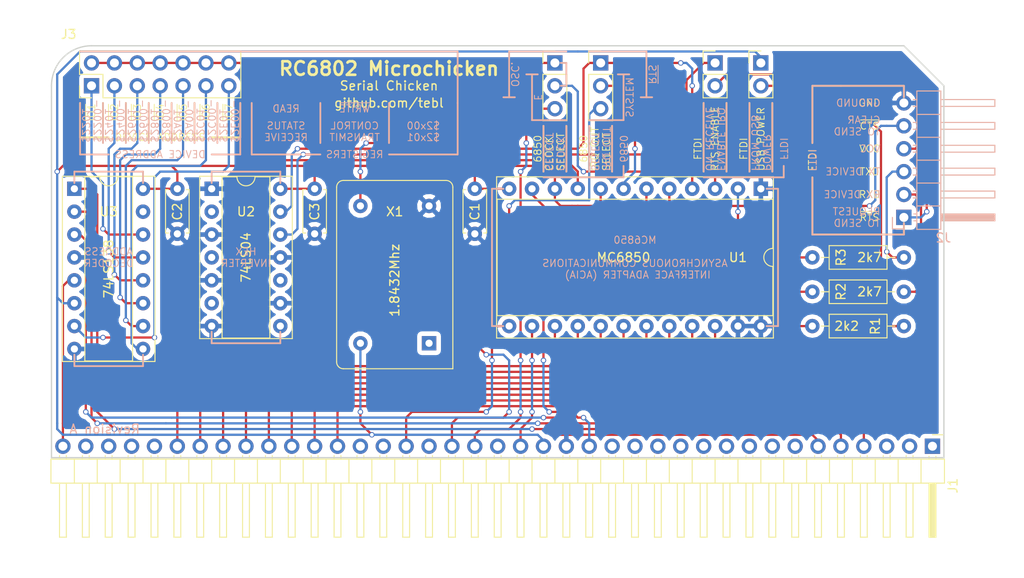
<source format=kicad_pcb>
(kicad_pcb (version 4) (host pcbnew 4.0.7)
  (layers (0 F.Cu signal) (31 B.Cu signal) (34 B.Paste user) (35 F.Paste user) (36 B.SilkS user) (37 F.SilkS user) (38 B.Mask user) (39 F.Mask user) (44 Edge.Cuts user))
  (net 0 "")
  (net 1 VCC)
  (net 2 GND)
  (net 3 /A12)
  (net 4 /A11)
  (net 5 /A10)
  (net 6 /A0)
  (net 7 /VMA_E)
  (net 8 /E)
  (net 9 /R/~W)
  (net 10 /D0)
  (net 11 /D1)
  (net 12 /D2)
  (net 13 /D3)
  (net 14 /D4)
  (net 15 /D5)
  (net 16 /D6)
  (net 17 /D7)
  (net 18 ~8K1)
  (net 19 "Net-(J2-Pad1)")
  (net 20 "Net-(J2-Pad2)")
  (net 21 "Net-(J2-Pad3)")
  (net 22 "Net-(J2-Pad4)")
  (net 23 "Net-(J2-Pad5)")
  (net 24 /~IO1)
  (net 25 ADDRESS)
  (net 26 /~IO2)
  (net 27 /~IO3)
  (net 28 /~IO4)
  (net 29 /~IO5)
  (net 30 /~IO6)
  (net 31 /~IO7)
  (net 32 "Net-(JP1-Pad1)")
  (net 33 "Net-(JP3-Pad1)")
  (net 34 CLOCK)
  (net 35 "Net-(JP4-Pad1)")
  (net 36 "Net-(JP4-Pad2)")
  (net 37 "Net-(R2-Pad2)")
  (net 38 "Net-(R3-Pad2)")
  (net 39 /~IRQ)
  (module Capacitors_THT:C_Disc_D4.7mm_W2.5mm_P5.00mm (layer F.Cu) (at 146.685 51.435 270)
    (fp_text reference C1 (at 2.54 0 270) (layer F.SilkS))
    (fp_text value 100nF)
    (pad 1 thru_hole circle (at 0 0 270) (size 1.6 1.6) (drill 0.8) (layers *.Cu *.Mask) (net 1 VCC))
    (pad 2 thru_hole circle (at 5 0 270) (size 1.6 1.6) (drill 0.8) (layers *.Cu *.Mask) (net 2 GND))
  )
  (module Capacitors_THT:C_Disc_D4.7mm_W2.5mm_P5.00mm (layer F.Cu) (at 113.665 51.435 270)
    (fp_text reference C2 (at 2.54 0 270) (layer F.SilkS))
    (fp_text value 100nF)
    (pad 1 thru_hole circle (at 0 0 270) (size 1.6 1.6) (drill 0.8) (layers *.Cu *.Mask) (net 1 VCC))
    (pad 2 thru_hole circle (at 5 0 270) (size 1.6 1.6) (drill 0.8) (layers *.Cu *.Mask) (net 2 GND))
  )
  (module Capacitors_THT:C_Disc_D4.7mm_W2.5mm_P5.00mm (layer F.Cu) (at 128.905 51.435 270)
    (fp_text reference C3 (at 2.54 0 270) (layer F.SilkS))
    (fp_text value 100nF)
    (pad 1 thru_hole circle (at 0 0 270) (size 1.6 1.6) (drill 0.8) (layers *.Cu *.Mask) (net 1 VCC))
    (pad 2 thru_hole circle (at 5 0 270) (size 1.6 1.6) (drill 0.8) (layers *.Cu *.Mask) (net 2 GND))
  )
  (module Pin_Headers:Pin_Header_Angled_1x39_Pitch2.54mm (layer F.Cu) (at 197.485 80.01 270)
    (fp_text reference J1 (at 4.385 -2.27 270) (layer F.SilkS))
    (fp_text value RC6802_Backplane)
    (pad 1 thru_hole rect (at 0 0 270) (size 1.7 1.7) (drill 1) (layers *.Cu *.Mask))
    (pad 2 thru_hole oval (at 0 2.54 270) (size 1.7 1.7) (drill 1) (layers *.Cu *.Mask))
    (pad 3 thru_hole oval (at 0 5.08 270) (size 1.7 1.7) (drill 1) (layers *.Cu *.Mask))
    (pad 4 thru_hole oval (at 0 7.62 270) (size 1.7 1.7) (drill 1) (layers *.Cu *.Mask) (net 3 /A12))
    (pad 5 thru_hole oval (at 0 10.16 270) (size 1.7 1.7) (drill 1) (layers *.Cu *.Mask) (net 4 /A11))
    (pad 6 thru_hole oval (at 0 12.7 270) (size 1.7 1.7) (drill 1) (layers *.Cu *.Mask) (net 5 /A10))
    (pad 7 thru_hole oval (at 0 15.24 270) (size 1.7 1.7) (drill 1) (layers *.Cu *.Mask))
    (pad 8 thru_hole oval (at 0 17.78 270) (size 1.7 1.7) (drill 1) (layers *.Cu *.Mask))
    (pad 9 thru_hole oval (at 0 20.32 270) (size 1.7 1.7) (drill 1) (layers *.Cu *.Mask))
    (pad 10 thru_hole oval (at 0 22.86 270) (size 1.7 1.7) (drill 1) (layers *.Cu *.Mask))
    (pad 11 thru_hole oval (at 0 25.4 270) (size 1.7 1.7) (drill 1) (layers *.Cu *.Mask))
    (pad 12 thru_hole oval (at 0 27.94 270) (size 1.7 1.7) (drill 1) (layers *.Cu *.Mask))
    (pad 13 thru_hole oval (at 0 30.48 270) (size 1.7 1.7) (drill 1) (layers *.Cu *.Mask))
    (pad 14 thru_hole oval (at 0 33.02 270) (size 1.7 1.7) (drill 1) (layers *.Cu *.Mask))
    (pad 15 thru_hole oval (at 0 35.56 270) (size 1.7 1.7) (drill 1) (layers *.Cu *.Mask))
    (pad 16 thru_hole oval (at 0 38.1 270) (size 1.7 1.7) (drill 1) (layers *.Cu *.Mask) (net 6 /A0))
    (pad 17 thru_hole oval (at 0 40.64 270) (size 1.7 1.7) (drill 1) (layers *.Cu *.Mask) (net 2 GND))
    (pad 18 thru_hole oval (at 0 43.18 270) (size 1.7 1.7) (drill 1) (layers *.Cu *.Mask) (net 1 VCC))
    (pad 19 thru_hole oval (at 0 45.72 270) (size 1.7 1.7) (drill 1) (layers *.Cu *.Mask) (net 7 /VMA_E))
    (pad 20 thru_hole oval (at 0 48.26 270) (size 1.7 1.7) (drill 1) (layers *.Cu *.Mask))
    (pad 21 thru_hole oval (at 0 50.8 270) (size 1.7 1.7) (drill 1) (layers *.Cu *.Mask) (net 8 /E))
    (pad 22 thru_hole oval (at 0 53.34 270) (size 1.7 1.7) (drill 1) (layers *.Cu *.Mask) (net 39 /~IRQ))
    (pad 23 thru_hole oval (at 0 55.88 270) (size 1.7 1.7) (drill 1) (layers *.Cu *.Mask))
    (pad 24 thru_hole oval (at 0 58.42 270) (size 1.7 1.7) (drill 1) (layers *.Cu *.Mask) (net 9 /R/~W))
    (pad 25 thru_hole oval (at 0 60.96 270) (size 1.7 1.7) (drill 1) (layers *.Cu *.Mask))
    (pad 26 thru_hole oval (at 0 63.5 270) (size 1.7 1.7) (drill 1) (layers *.Cu *.Mask))
    (pad 27 thru_hole oval (at 0 66.04 270) (size 1.7 1.7) (drill 1) (layers *.Cu *.Mask) (net 10 /D0))
    (pad 28 thru_hole oval (at 0 68.58 270) (size 1.7 1.7) (drill 1) (layers *.Cu *.Mask) (net 11 /D1))
    (pad 29 thru_hole oval (at 0 71.12 270) (size 1.7 1.7) (drill 1) (layers *.Cu *.Mask) (net 12 /D2))
    (pad 30 thru_hole oval (at 0 73.66 270) (size 1.7 1.7) (drill 1) (layers *.Cu *.Mask) (net 13 /D3))
    (pad 31 thru_hole oval (at 0 76.2 270) (size 1.7 1.7) (drill 1) (layers *.Cu *.Mask) (net 14 /D4))
    (pad 32 thru_hole oval (at 0 78.74 270) (size 1.7 1.7) (drill 1) (layers *.Cu *.Mask) (net 15 /D5))
    (pad 33 thru_hole oval (at 0 81.28 270) (size 1.7 1.7) (drill 1) (layers *.Cu *.Mask) (net 16 /D6))
    (pad 34 thru_hole oval (at 0 83.82 270) (size 1.7 1.7) (drill 1) (layers *.Cu *.Mask) (net 17 /D7))
    (pad 35 thru_hole oval (at 0 86.36 270) (size 1.7 1.7) (drill 1) (layers *.Cu *.Mask))
    (pad 36 thru_hole oval (at 0 88.9 270) (size 1.7 1.7) (drill 1) (layers *.Cu *.Mask))
    (pad 37 thru_hole oval (at 0 91.44 270) (size 1.7 1.7) (drill 1) (layers *.Cu *.Mask))
    (pad 38 thru_hole oval (at 0 93.98 270) (size 1.7 1.7) (drill 1) (layers *.Cu *.Mask))
    (pad 39 thru_hole oval (at 0 96.52 270) (size 1.7 1.7) (drill 1) (layers *.Cu *.Mask) (net 18 ~8K1))
  )
  (module Pin_Headers:Pin_Header_Angled_1x06_Pitch2.54mm (layer B.Cu) (at 194.31 54.61)
    (fp_text reference J2 (at 4.385 2.27) (layer B.SilkS) (effects (justify mirror)))
    (fp_text value FTDI (at -10.16 -6.35 90) (layer F.SilkS) (effects (font (size 0.8 0.8) (thickness 0.1))))
    (pad 1 thru_hole rect (at 0 0) (size 1.7 1.7) (drill 1) (layers *.Cu *.Mask) (net 19 "Net-(J2-Pad1)"))
    (pad 2 thru_hole oval (at 0 -2.54) (size 1.7 1.7) (drill 1) (layers *.Cu *.Mask) (net 20 "Net-(J2-Pad2)"))
    (pad 3 thru_hole oval (at 0 -5.08) (size 1.7 1.7) (drill 1) (layers *.Cu *.Mask) (net 21 "Net-(J2-Pad3)"))
    (pad 4 thru_hole oval (at 0 -7.62) (size 1.7 1.7) (drill 1) (layers *.Cu *.Mask) (net 22 "Net-(J2-Pad4)"))
    (pad 5 thru_hole oval (at 0 -10.16) (size 1.7 1.7) (drill 1) (layers *.Cu *.Mask) (net 23 "Net-(J2-Pad5)"))
    (pad 6 thru_hole oval (at 0 -12.7) (size 1.7 1.7) (drill 1) (layers *.Cu *.Mask) (net 2 GND))
  )
  (module Pin_Headers:Pin_Header_Straight_2x07_Pitch2.54mm (layer F.Cu) (at 104.14 40.005 90)
    (fp_text reference J3 (at 5.715 -2.54 180) (layer F.SilkS))
    (fp_text value ADDRESS)
    (pad 1 thru_hole rect (at 0 0 90) (size 1.7 1.7) (drill 1) (layers *.Cu *.Mask) (net 24 /~IO1))
    (pad 2 thru_hole oval (at 2.54 0 90) (size 1.7 1.7) (drill 1) (layers *.Cu *.Mask) (net 25 ADDRESS))
    (pad 3 thru_hole oval (at 0 2.54 90) (size 1.7 1.7) (drill 1) (layers *.Cu *.Mask) (net 26 /~IO2))
    (pad 4 thru_hole oval (at 2.54 2.54 90) (size 1.7 1.7) (drill 1) (layers *.Cu *.Mask) (net 25 ADDRESS))
    (pad 5 thru_hole oval (at 0 5.08 90) (size 1.7 1.7) (drill 1) (layers *.Cu *.Mask) (net 27 /~IO3))
    (pad 6 thru_hole oval (at 2.54 5.08 90) (size 1.7 1.7) (drill 1) (layers *.Cu *.Mask) (net 25 ADDRESS))
    (pad 7 thru_hole oval (at 0 7.62 90) (size 1.7 1.7) (drill 1) (layers *.Cu *.Mask) (net 28 /~IO4))
    (pad 8 thru_hole oval (at 2.54 7.62 90) (size 1.7 1.7) (drill 1) (layers *.Cu *.Mask) (net 25 ADDRESS))
    (pad 9 thru_hole oval (at 0 10.16 90) (size 1.7 1.7) (drill 1) (layers *.Cu *.Mask) (net 29 /~IO5))
    (pad 10 thru_hole oval (at 2.54 10.16 90) (size 1.7 1.7) (drill 1) (layers *.Cu *.Mask) (net 25 ADDRESS))
    (pad 11 thru_hole oval (at 0 12.7 90) (size 1.7 1.7) (drill 1) (layers *.Cu *.Mask) (net 30 /~IO6))
    (pad 12 thru_hole oval (at 2.54 12.7 90) (size 1.7 1.7) (drill 1) (layers *.Cu *.Mask) (net 25 ADDRESS))
    (pad 13 thru_hole oval (at 0 15.24 90) (size 1.7 1.7) (drill 1) (layers *.Cu *.Mask) (net 31 /~IO7))
    (pad 14 thru_hole oval (at 2.54 15.24 90) (size 1.7 1.7) (drill 1) (layers *.Cu *.Mask) (net 25 ADDRESS))
  )
  (module Pin_Headers:Pin_Header_Straight_1x02_Pitch2.54mm (layer F.Cu) (at 173.355 37.465)
    (fp_text reference JP1)
    (fp_text value RTS_EN)
    (pad 1 thru_hole rect (at 0 0) (size 1.7 1.7) (drill 1) (layers *.Cu *.Mask) (net 32 "Net-(JP1-Pad1)"))
    (pad 2 thru_hole oval (at 0 2.54) (size 1.7 1.7) (drill 1) (layers *.Cu *.Mask) (net 19 "Net-(J2-Pad1)"))
  )
  (module Pin_Headers:Pin_Header_Straight_1x02_Pitch2.54mm (layer F.Cu) (at 178.435 37.465)
    (fp_text reference JP2)
    (fp_text value USB_PWR)
    (pad 1 thru_hole rect (at 0 0) (size 1.7 1.7) (drill 1) (layers *.Cu *.Mask) (net 1 VCC))
    (pad 2 thru_hole oval (at 0 2.54) (size 1.7 1.7) (drill 1) (layers *.Cu *.Mask) (net 22 "Net-(J2-Pad4)"))
  )
  (module Pin_Headers:Pin_Header_Straight_1x03_Pitch2.54mm (layer F.Cu) (at 155.575 37.465)
    (fp_text reference JP3)
    (fp_text value CLOCK_SEL)
    (pad 1 thru_hole rect (at 0 0) (size 1.7 1.7) (drill 1) (layers *.Cu *.Mask) (net 33 "Net-(JP3-Pad1)"))
    (pad 2 thru_hole oval (at 0 2.54) (size 1.7 1.7) (drill 1) (layers *.Cu *.Mask) (net 34 CLOCK))
    (pad 3 thru_hole oval (at 0 5.08) (size 1.7 1.7) (drill 1) (layers *.Cu *.Mask) (net 8 /E))
  )
  (module Pin_Headers:Pin_Header_Straight_1x03_Pitch2.54mm (layer F.Cu) (at 160.655 37.465)
    (fp_text reference JP4)
    (fp_text value IRQ_OUT_SEL)
    (pad 1 thru_hole rect (at 0 0) (size 1.7 1.7) (drill 1) (layers *.Cu *.Mask) (net 35 "Net-(JP4-Pad1)"))
    (pad 2 thru_hole oval (at 0 2.54) (size 1.7 1.7) (drill 1) (layers *.Cu *.Mask) (net 36 "Net-(JP4-Pad2)"))
    (pad 3 thru_hole oval (at 0 5.08) (size 1.7 1.7) (drill 1) (layers *.Cu *.Mask) (net 39 /~IRQ))
  )
  (module Resistors_THT:R_Axial_DIN0207_L6.3mm_D2.5mm_P10.16mm_Horizontal (layer F.Cu) (at 194.31 66.675 180)
    (fp_text reference R1 (at 3.175 0 270) (layer F.SilkS))
    (fp_text value 2k2 (at 6.35 0 180) (layer F.SilkS))
    (pad 1 thru_hole circle (at 0 0 180) (size 1.6 1.6) (drill 0.8) (layers *.Cu *.Mask) (net 35 "Net-(JP4-Pad1)"))
    (pad 2 thru_hole oval (at 10.16 0 180) (size 1.6 1.6) (drill 0.8) (layers *.Cu *.Mask) (net 1 VCC))
  )
  (module Resistors_THT:R_Axial_DIN0207_L6.3mm_D2.5mm_P10.16mm_Horizontal (layer F.Cu) (at 194.31 62.865 180)
    (fp_text reference R2 (at 6.985 0 270) (layer F.SilkS))
    (fp_text value 2k7 (at 3.81 0 180) (layer F.SilkS))
    (pad 1 thru_hole circle (at 0 0 180) (size 1.6 1.6) (drill 0.8) (layers *.Cu *.Mask) (net 20 "Net-(J2-Pad2)"))
    (pad 2 thru_hole oval (at 10.16 0 180) (size 1.6 1.6) (drill 0.8) (layers *.Cu *.Mask) (net 37 "Net-(R2-Pad2)"))
  )
  (module Resistors_THT:R_Axial_DIN0207_L6.3mm_D2.5mm_P10.16mm_Horizontal (layer F.Cu) (at 194.31 59.055 180)
    (fp_text reference R3 (at 6.985 0 270) (layer F.SilkS))
    (fp_text value 2k7 (at 3.81 0 180) (layer F.SilkS))
    (pad 1 thru_hole circle (at 0 0 180) (size 1.6 1.6) (drill 0.8) (layers *.Cu *.Mask) (net 21 "Net-(J2-Pad3)"))
    (pad 2 thru_hole oval (at 10.16 0 180) (size 1.6 1.6) (drill 0.8) (layers *.Cu *.Mask) (net 38 "Net-(R3-Pad2)"))
  )
  (module Housings_DIP:DIP-14_W7.62mm_Socket (layer F.Cu) (at 117.475 51.435)
    (fp_text reference U2 (at 3.81 2.54) (layer F.SilkS))
    (fp_text value 74LS04 (at 3.81 7.62 90) (layer F.SilkS))
    (pad 1 thru_hole rect (at 0 0) (size 1.6 1.6) (drill 0.8) (layers *.Cu *.Mask) (net 2 GND))
    (pad 8 thru_hole oval (at 7.62 15.24) (size 1.6 1.6) (drill 0.8) (layers *.Cu *.Mask))
    (pad 2 thru_hole oval (at 0 2.54) (size 1.6 1.6) (drill 0.8) (layers *.Cu *.Mask))
    (pad 9 thru_hole oval (at 7.62 12.7) (size 1.6 1.6) (drill 0.8) (layers *.Cu *.Mask) (net 2 GND))
    (pad 3 thru_hole oval (at 0 5.08) (size 1.6 1.6) (drill 0.8) (layers *.Cu *.Mask) (net 2 GND))
    (pad 10 thru_hole oval (at 7.62 10.16) (size 1.6 1.6) (drill 0.8) (layers *.Cu *.Mask))
    (pad 4 thru_hole oval (at 0 7.62) (size 1.6 1.6) (drill 0.8) (layers *.Cu *.Mask))
    (pad 11 thru_hole oval (at 7.62 7.62) (size 1.6 1.6) (drill 0.8) (layers *.Cu *.Mask) (net 2 GND))
    (pad 5 thru_hole oval (at 0 10.16) (size 1.6 1.6) (drill 0.8) (layers *.Cu *.Mask) (net 2 GND))
    (pad 12 thru_hole oval (at 7.62 5.08) (size 1.6 1.6) (drill 0.8) (layers *.Cu *.Mask) (net 32 "Net-(JP1-Pad1)"))
    (pad 6 thru_hole oval (at 0 12.7) (size 1.6 1.6) (drill 0.8) (layers *.Cu *.Mask))
    (pad 13 thru_hole oval (at 7.62 2.54) (size 1.6 1.6) (drill 0.8) (layers *.Cu *.Mask) (net 35 "Net-(JP4-Pad1)"))
    (pad 7 thru_hole oval (at 0 15.24) (size 1.6 1.6) (drill 0.8) (layers *.Cu *.Mask) (net 2 GND))
    (pad 14 thru_hole oval (at 7.62 0) (size 1.6 1.6) (drill 0.8) (layers *.Cu *.Mask) (net 1 VCC))
  )
  (module Housings_DIP:DIP-16_W7.62mm_Socket (layer F.Cu) (at 102.235 51.435)
    (fp_text reference U3 (at 3.81 2.54) (layer F.SilkS))
    (fp_text value 74LS138 (at 3.81 8.89 90) (layer F.SilkS))
    (pad 1 thru_hole rect (at 0 0) (size 1.6 1.6) (drill 0.8) (layers *.Cu *.Mask) (net 5 /A10))
    (pad 9 thru_hole oval (at 7.62 17.78) (size 1.6 1.6) (drill 0.8) (layers *.Cu *.Mask) (net 30 /~IO6))
    (pad 2 thru_hole oval (at 0 2.54) (size 1.6 1.6) (drill 0.8) (layers *.Cu *.Mask) (net 4 /A11))
    (pad 10 thru_hole oval (at 7.62 15.24) (size 1.6 1.6) (drill 0.8) (layers *.Cu *.Mask) (net 29 /~IO5))
    (pad 3 thru_hole oval (at 0 5.08) (size 1.6 1.6) (drill 0.8) (layers *.Cu *.Mask) (net 3 /A12))
    (pad 11 thru_hole oval (at 7.62 12.7) (size 1.6 1.6) (drill 0.8) (layers *.Cu *.Mask) (net 28 /~IO4))
    (pad 4 thru_hole oval (at 0 7.62) (size 1.6 1.6) (drill 0.8) (layers *.Cu *.Mask) (net 2 GND))
    (pad 12 thru_hole oval (at 7.62 10.16) (size 1.6 1.6) (drill 0.8) (layers *.Cu *.Mask) (net 27 /~IO3))
    (pad 5 thru_hole oval (at 0 10.16) (size 1.6 1.6) (drill 0.8) (layers *.Cu *.Mask) (net 18 ~8K1))
    (pad 13 thru_hole oval (at 7.62 7.62) (size 1.6 1.6) (drill 0.8) (layers *.Cu *.Mask) (net 26 /~IO2))
    (pad 6 thru_hole oval (at 0 12.7) (size 1.6 1.6) (drill 0.8) (layers *.Cu *.Mask) (net 1 VCC))
    (pad 14 thru_hole oval (at 7.62 5.08) (size 1.6 1.6) (drill 0.8) (layers *.Cu *.Mask) (net 24 /~IO1))
    (pad 7 thru_hole oval (at 0 15.24) (size 1.6 1.6) (drill 0.8) (layers *.Cu *.Mask) (net 31 /~IO7))
    (pad 15 thru_hole oval (at 7.62 2.54) (size 1.6 1.6) (drill 0.8) (layers *.Cu *.Mask))
    (pad 8 thru_hole oval (at 0 17.78) (size 1.6 1.6) (drill 0.8) (layers *.Cu *.Mask) (net 2 GND))
    (pad 16 thru_hole oval (at 7.62 0) (size 1.6 1.6) (drill 0.8) (layers *.Cu *.Mask) (net 1 VCC))
  )
  (module Oscillators:Oscillator_DIP-14 (layer F.Cu) (at 141.605 68.58 90)
    (fp_text reference X1 (at 14.605 -3.81 180) (layer F.SilkS))
    (fp_text value 1.8432Mhz (at 6.985 -3.81 90) (layer F.SilkS))
    (pad 1 thru_hole rect (at 0 0 90) (size 1.6 1.6) (drill 0.8) (layers *.Cu *.Mask))
    (pad 14 thru_hole circle (at 0 -7.62 90) (size 1.6 1.6) (drill 0.8) (layers *.Cu *.Mask) (net 1 VCC))
    (pad 8 thru_hole circle (at 15.24 -7.62 90) (size 1.6 1.6) (drill 0.8) (layers *.Cu *.Mask) (net 33 "Net-(JP3-Pad1)"))
    (pad 7 thru_hole circle (at 15.24 0 90) (size 1.6 1.6) (drill 0.8) (layers *.Cu *.Mask) (net 2 GND))
  )
  (module Housings_DIP:DIP-24_W15.24mm_Socket (layer F.Cu) (at 178.435 51.435 270)
    (fp_text reference U1 (at 7.62 2.54 360) (layer F.SilkS))
    (fp_text value MC6850 (at 7.62 15.24 360) (layer F.SilkS))
    (pad 1 thru_hole rect (at 0 0 270) (size 1.6 1.6) (drill 0.8) (layers *.Cu *.Mask) (net 2 GND))
    (pad 13 thru_hole oval (at 15.24 27.94 270) (size 1.6 1.6) (drill 0.8) (layers *.Cu *.Mask) (net 9 /R/~W))
    (pad 2 thru_hole oval (at 0 2.54 270) (size 1.6 1.6) (drill 0.8) (layers *.Cu *.Mask) (net 38 "Net-(R3-Pad2)"))
    (pad 14 thru_hole oval (at 15.24 25.4 270) (size 1.6 1.6) (drill 0.8) (layers *.Cu *.Mask) (net 7 /VMA_E))
    (pad 3 thru_hole oval (at 0 5.08 270) (size 1.6 1.6) (drill 0.8) (layers *.Cu *.Mask) (net 34 CLOCK))
    (pad 15 thru_hole oval (at 15.24 22.86 270) (size 1.6 1.6) (drill 0.8) (layers *.Cu *.Mask) (net 17 /D7))
    (pad 4 thru_hole oval (at 0 7.62 270) (size 1.6 1.6) (drill 0.8) (layers *.Cu *.Mask) (net 34 CLOCK))
    (pad 16 thru_hole oval (at 15.24 20.32 270) (size 1.6 1.6) (drill 0.8) (layers *.Cu *.Mask) (net 16 /D6))
    (pad 5 thru_hole oval (at 0 10.16 270) (size 1.6 1.6) (drill 0.8) (layers *.Cu *.Mask) (net 23 "Net-(J2-Pad5)"))
    (pad 17 thru_hole oval (at 15.24 17.78 270) (size 1.6 1.6) (drill 0.8) (layers *.Cu *.Mask) (net 15 /D5))
    (pad 6 thru_hole oval (at 0 12.7 270) (size 1.6 1.6) (drill 0.8) (layers *.Cu *.Mask) (net 37 "Net-(R2-Pad2)"))
    (pad 18 thru_hole oval (at 15.24 15.24 270) (size 1.6 1.6) (drill 0.8) (layers *.Cu *.Mask) (net 14 /D4))
    (pad 7 thru_hole oval (at 0 15.24 270) (size 1.6 1.6) (drill 0.8) (layers *.Cu *.Mask) (net 36 "Net-(JP4-Pad2)"))
    (pad 19 thru_hole oval (at 15.24 12.7 270) (size 1.6 1.6) (drill 0.8) (layers *.Cu *.Mask) (net 13 /D3))
    (pad 8 thru_hole oval (at 0 17.78 270) (size 1.6 1.6) (drill 0.8) (layers *.Cu *.Mask) (net 1 VCC))
    (pad 20 thru_hole oval (at 15.24 10.16 270) (size 1.6 1.6) (drill 0.8) (layers *.Cu *.Mask) (net 12 /D2))
    (pad 9 thru_hole oval (at 0 20.32 270) (size 1.6 1.6) (drill 0.8) (layers *.Cu *.Mask) (net 25 ADDRESS))
    (pad 21 thru_hole oval (at 15.24 7.62 270) (size 1.6 1.6) (drill 0.8) (layers *.Cu *.Mask) (net 11 /D1))
    (pad 10 thru_hole oval (at 0 22.86 270) (size 1.6 1.6) (drill 0.8) (layers *.Cu *.Mask) (net 1 VCC))
    (pad 22 thru_hole oval (at 15.24 5.08 270) (size 1.6 1.6) (drill 0.8) (layers *.Cu *.Mask) (net 10 /D0))
    (pad 11 thru_hole oval (at 0 25.4 270) (size 1.6 1.6) (drill 0.8) (layers *.Cu *.Mask) (net 6 /A0))
    (pad 23 thru_hole oval (at 15.24 2.54 270) (size 1.6 1.6) (drill 0.8) (layers *.Cu *.Mask) (net 2 GND))
    (pad 12 thru_hole oval (at 0 27.94 270) (size 1.6 1.6) (drill 0.8) (layers *.Cu *.Mask) (net 1 VCC))
    (pad 24 thru_hole oval (at 15.24 0 270) (size 1.6 1.6) (drill 0.8) (layers *.Cu *.Mask) (net 2 GND))
  )
  (gr_text "Revision A" (at 101.6 78.105) (layer B.SilkS) (effects (font (size 1 1)) (justify right mirror)))
  (gr_text github.com/tebl (at 137.16 41.91) (layer F.SilkS) (effects (font (size 1 1))))
  (gr_text "Serial Chicken" (at 137.16 40.005) (layer F.SilkS) (effects (font (size 1 1))))
  (gr_text "RC6802 Microchicken" (at 137.16 38.1) (layer F.SilkS) (effects (font (size 1.5 1.5) (thickness 0.3))))
  (gr_text "MC6850\n\nASYNCHRONOUS COMMUNICATIONS\nINTERFACE ADAPTER (ACIA) " (at 164.465 59.055) (layer B.SilkS) (effects (font (size 0.8 0.8) (thickness 0.1)) (justify mirror)))
  (gr_text "ADDRESS\nDECODER" (at 106.045 59.055) (layer B.SilkS) (effects (font (size 0.8 0.8) (thickness 0.1)) (justify mirror)))
  (gr_text "HEX\nINVERTER" (at 121.285 59.055) (layer B.SilkS) (effects (font (size 0.8 0.8) (thickness 0.1)) (justify mirror)))
  (gr_line (start 125.095 68.58) (end 125.095 67.31) (angle 90) (layer B.SilkS) (width 0.2))
  (gr_line (start 117.475 68.58) (end 125.095 68.58) (angle 90) (layer B.SilkS) (width 0.2))
  (gr_line (start 117.475 67.31) (end 117.475 68.58) (angle 90) (layer B.SilkS) (width 0.2))
  (gr_line (start 109.855 71.12) (end 109.855 69.85) (angle 90) (layer B.SilkS) (width 0.2))
  (gr_line (start 102.235 71.12) (end 109.855 71.12) (angle 90) (layer B.SilkS) (width 0.2))
  (gr_line (start 102.235 69.85) (end 102.235 71.12) (angle 90) (layer B.SilkS) (width 0.2))
  (gr_line (start 109.855 49.53) (end 109.855 50.8) (angle 90) (layer B.SilkS) (width 0.2))
  (gr_line (start 102.235 49.53) (end 109.855 49.53) (angle 90) (layer B.SilkS) (width 0.2))
  (gr_line (start 102.235 50.8) (end 102.235 49.53) (angle 90) (layer B.SilkS) (width 0.2))
  (gr_line (start 125.095 49.53) (end 125.095 50.8) (angle 90) (layer B.SilkS) (width 0.2))
  (gr_line (start 117.475 49.53) (end 125.095 49.53) (angle 90) (layer B.SilkS) (width 0.2))
  (gr_line (start 117.475 50.8) (end 117.475 49.53) (angle 90) (layer B.SilkS) (width 0.2))
  (gr_line (start 148.59 66.675) (end 149.86 66.675) (angle 90) (layer B.SilkS) (width 0.2))
  (gr_line (start 148.59 51.435) (end 148.59 66.675) (angle 90) (layer B.SilkS) (width 0.2))
  (gr_line (start 149.86 51.435) (end 148.59 51.435) (angle 90) (layer B.SilkS) (width 0.2))
  (gr_line (start 180.34 66.675) (end 179.07 66.675) (angle 90) (layer B.SilkS) (width 0.2))
  (gr_line (start 180.34 51.435) (end 180.34 66.675) (angle 90) (layer B.SilkS) (width 0.2))
  (gr_line (start 179.07 51.435) (end 180.34 51.435) (angle 90) (layer B.SilkS) (width 0.2))
  (gr_line (start 194.31 56.515) (end 194.31 55.245) (angle 90) (layer B.SilkS) (width 0.2))
  (gr_line (start 184.15 56.515) (end 194.31 56.515) (angle 90) (layer B.SilkS) (width 0.2))
  (gr_line (start 184.15 50.165) (end 184.15 56.515) (angle 90) (layer B.SilkS) (width 0.2))
  (gr_line (start 194.31 40.005) (end 194.31 41.275) (angle 90) (layer B.SilkS) (width 0.2))
  (gr_line (start 184.15 40.005) (end 194.31 40.005) (angle 90) (layer B.SilkS) (width 0.2))
  (gr_line (start 184.15 46.355) (end 184.15 40.005) (angle 90) (layer B.SilkS) (width 0.2))
  (gr_text FTDI (at 184.15 48.26 270) (layer B.SilkS) (effects (font (size 0.8 0.8) (thickness 0.1)) (justify mirror)))
  (gr_text VCC (at 191.77 46.99) (layer B.SilkS) (effects (font (size 0.8 0.8) (thickness 0.1)) (justify left mirror)))
  (gr_text GROUND (at 191.77 41.91) (layer B.SilkS) (effects (font (size 0.8 0.8) (thickness 0.1)) (justify left mirror)))
  (gr_text "REQUEST\nTO SEND" (at 191.77 54.61) (layer B.SilkS) (effects (font (size 0.8 0.8) (thickness 0.1)) (justify left mirror)))
  (gr_text "CLEAR\nTO SEND" (at 191.77 44.45) (layer B.SilkS) (effects (font (size 0.8 0.8) (thickness 0.1)) (justify left mirror)))
  (gr_text "TX DEVICE" (at 191.77 49.53) (layer B.SilkS) (effects (font (size 0.8 0.8) (thickness 0.1)) (justify left mirror)))
  (gr_text "RX DEVICE" (at 191.77 52.07) (layer B.SilkS) (effects (font (size 0.8 0.8) (thickness 0.1)) (justify left mirror)))
  (gr_line (start 184.15 40.005) (end 187.325 40.005) (angle 90) (layer F.SilkS) (width 0.2))
  (gr_line (start 184.15 46.355) (end 184.15 40.005) (angle 90) (layer F.SilkS) (width 0.2))
  (gr_line (start 184.15 56.515) (end 184.15 50.165) (angle 90) (layer F.SilkS) (width 0.2))
  (gr_line (start 187.325 56.515) (end 184.15 56.515) (angle 90) (layer F.SilkS) (width 0.2))
  (gr_line (start 187.325 40.005) (end 194.31 40.005) (angle 90) (layer F.SilkS) (width 0.2))
  (gr_line (start 187.325 56.515) (end 194.31 56.515) (angle 90) (layer F.SilkS) (width 0.2))
  (gr_line (start 194.31 55.88) (end 194.31 56.515) (angle 90) (layer F.SilkS) (width 0.2))
  (gr_line (start 194.31 55.88) (end 194.31 55.245) (angle 90) (layer F.SilkS) (width 0.2))
  (gr_line (start 194.31 41.275) (end 194.31 40.005) (angle 90) (layer F.SilkS) (width 0.2))
  (gr_line (start 163.195 50.165) (end 163.195 48.895) (angle 90) (layer B.SilkS) (width 0.2))
  (gr_line (start 154.305 50.165) (end 163.195 50.165) (angle 90) (layer B.SilkS) (width 0.2))
  (gr_line (start 180.975 50.165) (end 180.975 48.895) (angle 90) (layer B.SilkS) (width 0.2))
  (gr_line (start 172.085 50.165) (end 180.975 50.165) (angle 90) (layer B.SilkS) (width 0.2))
  (gr_text FTDI (at 180.975 46.99 270) (layer B.SilkS) (effects (font (size 0.8 0.8) (thickness 0.1)) (justify mirror)))
  (gr_text FTDI (at 176.53 46.99 90) (layer F.SilkS) (effects (font (size 0.8 0.8) (thickness 0.1))))
  (gr_text FTDI (at 171.45 46.99 90) (layer F.SilkS) (effects (font (size 0.8 0.8) (thickness 0.1))))
  (gr_line (start 156.845 40.005) (end 156.21 40.005) (angle 90) (layer B.SilkS) (width 0.2))
  (gr_line (start 156.845 37.465) (end 156.845 40.005) (angle 90) (layer B.SilkS) (width 0.2))
  (gr_line (start 156.21 37.465) (end 156.845 37.465) (angle 90) (layer B.SilkS) (width 0.2))
  (gr_line (start 179.705 49.53) (end 179.705 41.91) (angle 90) (layer B.SilkS) (width 0.2))
  (gr_line (start 177.165 41.91) (end 177.165 49.53) (angle 90) (layer B.SilkS) (width 0.2))
  (gr_line (start 174.625 49.53) (end 174.625 41.91) (angle 90) (layer B.SilkS) (width 0.2))
  (gr_line (start 172.085 41.91) (end 172.085 49.53) (angle 90) (layer B.SilkS) (width 0.2))
  (gr_text "ON RECEIVE" (at 172.72 49.53 270) (layer B.SilkS) (effects (font (size 0.8 0.8) (thickness 0.1)) (justify left mirror)))
  (gr_text "ENABLE IRQ" (at 173.99 49.53 270) (layer B.SilkS) (effects (font (size 0.8 0.8) (thickness 0.1)) (justify left mirror)))
  (gr_text POWER (at 179.07 49.53 270) (layer B.SilkS) (effects (font (size 0.8 0.8) (thickness 0.1)) (justify left mirror)))
  (gr_text "FROM USB" (at 177.8 49.53 270) (layer B.SilkS) (effects (font (size 0.8 0.8) (thickness 0.1)) (justify left mirror)))
  (gr_text "RTS ENABLE" (at 173.355 49.53 90) (layer F.SilkS) (effects (font (size 0.8 0.8) (thickness 0.1)) (justify left)))
  (gr_text "USB POWER" (at 178.435 49.53 90) (layer F.SilkS) (effects (font (size 0.8 0.8) (thickness 0.1)) (justify left)))
  (gr_line (start 179.705 49.53) (end 179.705 41.91) (angle 90) (layer F.SilkS) (width 0.2))
  (gr_line (start 177.165 41.91) (end 177.165 49.53) (angle 90) (layer F.SilkS) (width 0.2))
  (gr_line (start 174.625 49.53) (end 174.625 41.91) (angle 90) (layer F.SilkS) (width 0.2))
  (gr_line (start 172.085 41.91) (end 172.085 49.53) (angle 90) (layer F.SilkS) (width 0.2))
  (gr_text 6850 (at 163.195 46.99 270) (layer B.SilkS) (effects (font (size 0.8 0.8) (thickness 0.1)) (justify mirror)))
  (gr_text 6850 (at 158.75 46.99 90) (layer F.SilkS) (effects (font (size 0.8 0.8) (thickness 0.1))))
  (gr_text 6850 (at 153.67 46.99 90) (layer F.SilkS) (effects (font (size 0.8 0.8) (thickness 0.1))))
  (gr_line (start 161.925 49.53) (end 161.925 44.45) (angle 90) (layer F.SilkS) (width 0.2))
  (gr_line (start 159.385 44.45) (end 159.385 49.53) (angle 90) (layer F.SilkS) (width 0.2))
  (gr_line (start 156.845 49.53) (end 156.845 44.45) (angle 90) (layer F.SilkS) (width 0.2))
  (gr_line (start 154.305 44.45) (end 154.305 49.53) (angle 90) (layer F.SilkS) (width 0.2))
  (gr_text SELECT (at 156.21 49.53 90) (layer F.SilkS) (effects (font (size 0.8 0.8) (thickness 0.1)) (justify left)))
  (gr_text CLOCK (at 154.94 49.53 90) (layer F.SilkS) (effects (font (size 0.8 0.8) (thickness 0.1)) (justify left)))
  (gr_text SELECT (at 161.29 49.53 90) (layer F.SilkS) (effects (font (size 0.8 0.8) (thickness 0.1)) (justify left)))
  (gr_text "IRQ OUT" (at 160.02 49.53 90) (layer F.SilkS) (effects (font (size 0.8 0.8) (thickness 0.1)) (justify left)))
  (gr_text SELECT (at 160.02 49.53 270) (layer B.SilkS) (effects (font (size 0.8 0.8) (thickness 0.1)) (justify left mirror)))
  (gr_text "IRQ OUT" (at 161.29 49.53 270) (layer B.SilkS) (effects (font (size 0.8 0.8) (thickness 0.1)) (justify left mirror)))
  (gr_line (start 161.925 49.53) (end 161.925 44.45) (angle 90) (layer B.SilkS) (width 0.2))
  (gr_line (start 159.385 44.45) (end 159.385 49.53) (angle 90) (layer B.SilkS) (width 0.2))
  (gr_text SELECT (at 154.94 49.53 270) (layer B.SilkS) (effects (font (size 0.8 0.8) (thickness 0.1)) (justify left mirror)))
  (gr_text CLOCK (at 156.21 49.53 270) (layer B.SilkS) (effects (font (size 0.8 0.8) (thickness 0.1)) (justify left mirror)))
  (gr_line (start 154.305 47.625) (end 154.305 49.53) (angle 90) (layer B.SilkS) (width 0.2))
  (gr_line (start 156.845 44.45) (end 156.845 49.53) (angle 90) (layer B.SilkS) (width 0.2))
  (gr_line (start 154.305 44.45) (end 154.305 47.625) (angle 90) (layer B.SilkS) (width 0.2))
  (gr_text SYSTEM (at 163.83 41.275 270) (layer B.SilkS) (effects (font (size 0.8 0.8) (thickness 0.1)) (justify mirror)))
  (gr_text ~RTS (at 166.37 38.735 270) (layer B.SilkS) (effects (font (size 0.8 0.8) (thickness 0.1)) (justify mirror)))
  (gr_line (start 165.735 36.195) (end 159.385 36.195) (angle 90) (layer B.SilkS) (width 0.2))
  (gr_line (start 165.735 41.275) (end 165.735 36.195) (angle 90) (layer B.SilkS) (width 0.2))
  (gr_line (start 165.1 41.275) (end 166.37 41.275) (angle 90) (layer B.SilkS) (width 0.2))
  (gr_line (start 153.035 43.815) (end 153.035 38.735) (angle 90) (layer B.SilkS) (width 0.2))
  (gr_line (start 163.195 43.815) (end 163.195 38.735) (angle 90) (layer B.SilkS) (width 0.2))
  (gr_line (start 159.385 43.815) (end 163.195 43.815) (angle 90) (layer B.SilkS) (width 0.2))
  (gr_line (start 153.035 43.815) (end 156.845 43.815) (angle 90) (layer B.SilkS) (width 0.2))
  (gr_line (start 162.56 38.735) (end 163.83 38.735) (angle 90) (layer B.SilkS) (width 0.2))
  (gr_line (start 156.845 36.195) (end 150.495 36.195) (angle 90) (layer B.SilkS) (width 0.2))
  (gr_text OSC. (at 151.13 38.735 270) (layer B.SilkS) (effects (font (size 0.8 0.8) (thickness 0.1)) (justify mirror)))
  (gr_line (start 150.495 41.275) (end 150.495 36.195) (angle 90) (layer B.SilkS) (width 0.2))
  (gr_line (start 151.13 41.275) (end 149.86 41.275) (angle 90) (layer B.SilkS) (width 0.2))
  (gr_text E (at 153.67 41.275 270) (layer B.SilkS) (effects (font (size 0.8 0.8) (thickness 0.1)) (justify mirror)))
  (gr_line (start 153.67 38.735) (end 152.4 38.735) (angle 90) (layer B.SilkS) (width 0.2))
  (gr_line (start 144.78 36.195) (end 102.87 36.195) (angle 90) (layer B.SilkS) (width 0.2))
  (gr_line (start 144.78 41.91) (end 144.78 36.195) (angle 90) (layer B.SilkS) (width 0.2))
  (gr_line (start 137.16 47.625) (end 144.78 47.625) (angle 90) (layer B.SilkS) (width 0.2))
  (gr_line (start 121.92 47.625) (end 129.54 47.625) (angle 90) (layer B.SilkS) (width 0.2))
  (gr_line (start 144.78 47.625) (end 144.78 41.91) (angle 90) (layer B.SilkS) (width 0.2))
  (gr_line (start 137.16 41.91) (end 137.16 46.355) (angle 90) (layer B.SilkS) (width 0.2))
  (gr_line (start 129.54 41.91) (end 129.54 46.355) (angle 90) (layer B.SilkS) (width 0.2))
  (gr_text REGISTERS (at 133.35 47.625) (layer B.SilkS) (effects (font (size 0.8 0.8) (thickness 0.1)) (justify mirror)))
  (gr_line (start 121.92 47.625) (end 121.92 41.91) (angle 90) (layer B.SilkS) (width 0.2))
  (gr_text ~WRITE (at 133.35 42.545) (layer B.SilkS) (effects (font (size 0.8 0.8) (thickness 0.1)) (justify mirror)))
  (gr_text READ (at 125.73 42.545) (layer B.SilkS) (effects (font (size 0.8 0.8) (thickness 0.1)) (justify mirror)))
  (gr_text "CONTROL\nTRANSMIT" (at 133.35 45.085) (layer B.SilkS) (effects (font (size 0.8 0.8) (thickness 0.1)) (justify mirror)))
  (gr_text "STATUS\nRECEIVE" (at 125.73 45.085) (layer B.SilkS) (effects (font (size 0.8 0.8) (thickness 0.1)) (justify mirror)))
  (gr_text "$2x00\n$2x01" (at 140.97 45.085) (layer B.SilkS) (effects (font (size 0.8 0.8) (thickness 0.1)) (justify mirror)))
  (gr_line (start 105.41 46.355) (end 105.41 41.91) (angle 90) (layer B.SilkS) (width 0.2))
  (gr_line (start 107.95 41.91) (end 107.95 46.355) (angle 90) (layer B.SilkS) (width 0.2))
  (gr_line (start 110.49 46.355) (end 110.49 41.91) (angle 90) (layer B.SilkS) (width 0.2))
  (gr_line (start 113.03 41.91) (end 113.03 46.355) (angle 90) (layer B.SilkS) (width 0.2))
  (gr_line (start 115.57 46.355) (end 115.57 41.91) (angle 90) (layer B.SilkS) (width 0.2))
  (gr_line (start 118.11 41.91) (end 118.11 46.355) (angle 90) (layer B.SilkS) (width 0.2))
  (gr_line (start 120.65 47.625) (end 120.65 41.91) (angle 90) (layer B.SilkS) (width 0.2))
  (gr_line (start 117.475 47.625) (end 120.65 47.625) (angle 90) (layer B.SilkS) (width 0.2))
  (gr_line (start 102.87 47.625) (end 106.045 47.625) (angle 90) (layer B.SilkS) (width 0.2))
  (gr_line (start 102.87 41.91) (end 102.87 47.625) (angle 90) (layer B.SilkS) (width 0.2))
  (gr_text "DEVICE ADDRESS" (at 111.76 47.625) (layer B.SilkS) (effects (font (size 0.8 0.8) (thickness 0.1)) (justify mirror)))
  (gr_text $2E01 (at 118.745 46.355 270) (layer B.SilkS) (effects (font (size 0.8 0.8) (thickness 0.1)) (justify left mirror)))
  (gr_text $2C01 (at 116.205 46.355 270) (layer B.SilkS) (effects (font (size 0.8 0.8) (thickness 0.1)) (justify left mirror)))
  (gr_text $2A01 (at 113.665 46.355 270) (layer B.SilkS) (effects (font (size 0.8 0.8) (thickness 0.1)) (justify left mirror)))
  (gr_text $2801 (at 111.125 46.355 270) (layer B.SilkS) (effects (font (size 0.8 0.8) (thickness 0.1)) (justify left mirror)))
  (gr_text $2601 (at 108.585 46.355 270) (layer B.SilkS) (effects (font (size 0.8 0.8) (thickness 0.1)) (justify left mirror)))
  (gr_text $2401 (at 106.045 46.355 270) (layer B.SilkS) (effects (font (size 0.8 0.8) (thickness 0.1)) (justify left mirror)))
  (gr_text $2E00- (at 120.015 46.355 270) (layer B.SilkS) (effects (font (size 0.8 0.8) (thickness 0.1)) (justify left mirror)))
  (gr_text $2C00- (at 117.475 46.355 270) (layer B.SilkS) (effects (font (size 0.8 0.8) (thickness 0.1)) (justify left mirror)))
  (gr_text $2A00- (at 114.935 46.355 270) (layer B.SilkS) (effects (font (size 0.8 0.8) (thickness 0.1)) (justify left mirror)))
  (gr_text $2800- (at 112.395 46.355 270) (layer B.SilkS) (effects (font (size 0.8 0.8) (thickness 0.1)) (justify left mirror)))
  (gr_text $2600- (at 109.855 46.355 270) (layer B.SilkS) (effects (font (size 0.8 0.8) (thickness 0.1)) (justify left mirror)))
  (gr_text $2400- (at 107.315 46.355 270) (layer B.SilkS) (effects (font (size 0.8 0.8) (thickness 0.1)) (justify left mirror)))
  (gr_text $2201 (at 103.505 46.355 270) (layer B.SilkS) (effects (font (size 0.8 0.8) (thickness 0.1)) (justify left mirror)))
  (gr_text $2200- (at 104.775 46.355 270) (layer B.SilkS) (effects (font (size 0.8 0.8) (thickness 0.1)) (justify left mirror)))
  (gr_line (start 102.87 45.72) (end 106.045 45.72) (angle 90) (layer F.SilkS) (width 0.2))
  (gr_line (start 120.65 45.72) (end 117.475 45.72) (angle 90) (layer F.SilkS) (width 0.2))
  (gr_line (start 120.65 41.91) (end 120.65 45.72) (angle 90) (layer F.SilkS) (width 0.2))
  (gr_line (start 102.87 41.91) (end 102.87 45.72) (angle 90) (layer F.SilkS) (width 0.2))
  (gr_line (start 118.11 41.91) (end 118.11 44.45) (angle 90) (layer F.SilkS) (width 0.2))
  (gr_line (start 115.57 41.91) (end 115.57 44.45) (angle 90) (layer F.SilkS) (width 0.2))
  (gr_line (start 113.03 41.91) (end 113.03 44.45) (angle 90) (layer F.SilkS) (width 0.2))
  (gr_line (start 110.49 41.91) (end 110.49 44.45) (angle 90) (layer F.SilkS) (width 0.2))
  (gr_line (start 107.95 41.91) (end 107.95 44.45) (angle 90) (layer F.SilkS) (width 0.2))
  (gr_line (start 105.41 41.91) (end 105.41 44.45) (angle 90) (layer F.SilkS) (width 0.2))
  (gr_text "DEVICE ADDRESS" (at 111.76 45.72) (layer F.SilkS) (effects (font (size 0.8 0.8) (thickness 0.1))))
  (gr_text ~IO7 (at 119.38 41.91 90) (layer F.SilkS) (effects (font (size 0.8 0.8) (thickness 0.1)) (justify right)))
  (gr_text ~IO6 (at 116.84 41.91 90) (layer F.SilkS) (effects (font (size 0.8 0.8) (thickness 0.1)) (justify right)))
  (gr_text ~IO5 (at 114.3 41.91 90) (layer F.SilkS) (effects (font (size 0.8 0.8) (thickness 0.1)) (justify right)))
  (gr_text ~IO4 (at 111.76 41.91 90) (layer F.SilkS) (effects (font (size 0.8 0.8) (thickness 0.1)) (justify right)))
  (gr_text ~IO3 (at 109.22 41.91 90) (layer F.SilkS) (effects (font (size 0.8 0.8) (thickness 0.1)) (justify right)))
  (gr_text ~IO2 (at 106.68 41.91 90) (layer F.SilkS) (effects (font (size 0.8 0.8) (thickness 0.1)) (justify right)))
  (gr_text ~IO1 (at 104.14 41.91 90) (layer F.SilkS) (effects (font (size 0.8 0.8) (thickness 0.1)) (justify right)))
  (gr_text GND (at 190.5 41.91) (layer F.SilkS) (effects (font (size 0.8 0.8) (thickness 0.1))))
  (gr_text ~CTS (at 190.5 44.45) (layer F.SilkS) (effects (font (size 0.8 0.8) (thickness 0.1))))
  (gr_text VCC (at 190.5 46.99) (layer F.SilkS) (effects (font (size 0.8 0.8) (thickness 0.1))))
  (gr_text TXD (at 190.5 49.53) (layer F.SilkS) (effects (font (size 0.8 0.8) (thickness 0.1))))
  (gr_text RXD (at 190.5 52.07) (layer F.SilkS) (effects (font (size 0.8 0.8) (thickness 0.1))))
  (gr_text ~RTS (at 190.5 54.61) (layer F.SilkS) (effects (font (size 0.8 0.8) (thickness 0.1))))
  (gr_line (start 99.695 40.005) (end 99.695 41.275) (angle 90) (layer Edge.Cuts) (width 0.15))
  (gr_line (start 198.755 41.275) (end 198.755 40.005) (angle 90) (layer Edge.Cuts) (width 0.15))
  (gr_line (start 198.755 48.895) (end 198.755 41.275) (angle 90) (layer Edge.Cuts) (width 0.15))
  (gr_line (start 194.31 35.56) (end 104.14 35.56) (angle 90) (layer Edge.Cuts) (width 0.15))
  (gr_line (start 198.755 40.005) (end 194.31 35.56) (angle 90) (layer Edge.Cuts) (width 0.15))
  (gr_line (start 99.695 48.895) (end 99.695 41.275) (angle 90) (layer Edge.Cuts) (width 0.15))
  (gr_arc (start 104.14 40.005) (end 99.695 40.005) (angle 90) (layer Edge.Cuts) (width 0.15))
  (gr_line (start 99.695 81.28) (end 99.695 48.895) (angle 90) (layer Edge.Cuts) (width 0.15))
  (gr_line (start 198.755 81.28) (end 198.755 48.895) (angle 90) (layer Edge.Cuts) (width 0.15))
  (gr_line (start 99.695 81.28) (end 198.755 81.28) (angle 90) (layer Edge.Cuts) (width 0.15))
  (segment (start 158.115 53.34) (end 158.75 53.975) (width 0.25) (layer F.Cu) (net 1))
  (segment (start 158.75 62.865) (end 159.385 63.5) (width 0.25) (layer F.Cu) (net 1))
  (segment (start 158.75 53.975) (end 158.75 62.865) (width 0.25) (layer F.Cu) (net 1))
  (segment (start 184.15 66.675) (end 182.245 66.675) (width 0.25) (layer F.Cu) (net 1))
  (segment (start 182.245 66.675) (end 181.61 66.04) (width 0.25) (layer F.Cu) (net 1))
  (segment (start 181.61 66.04) (end 181.61 64.135) (width 0.25) (layer F.Cu) (net 1))
  (segment (start 181.61 64.135) (end 180.975 63.5) (width 0.25) (layer F.Cu) (net 1))
  (segment (start 180.975 63.5) (end 159.385 63.5) (width 0.25) (layer F.Cu) (net 1))
  (segment (start 146.05 48.895) (end 154.94 48.895) (width 0.25) (layer F.Cu) (net 1))
  (segment (start 155.575 49.53) (end 155.575 51.435) (width 0.25) (layer F.Cu) (net 1))
  (segment (start 154.94 48.895) (end 155.575 49.53) (width 0.25) (layer F.Cu) (net 1))
  (segment (start 128.27 48.895) (end 146.05 48.895) (width 0.25) (layer F.Cu) (net 1))
  (segment (start 146.685 49.53) (end 146.685 51.435) (width 0.25) (layer F.Cu) (net 1))
  (segment (start 146.05 48.895) (end 146.685 49.53) (width 0.25) (layer F.Cu) (net 1))
  (segment (start 146.685 51.435) (end 150.495 51.435) (width 0.25) (layer F.Cu) (net 1))
  (segment (start 155.575 51.435) (end 155.575 52.705) (width 0.25) (layer F.Cu) (net 1))
  (segment (start 155.575 52.705) (end 156.21 53.34) (width 0.25) (layer F.Cu) (net 1))
  (segment (start 156.21 53.34) (end 157.48 53.34) (width 0.25) (layer F.Cu) (net 1))
  (segment (start 157.48 53.34) (end 158.115 53.34) (width 0.25) (layer F.Cu) (net 1))
  (segment (start 158.115 53.34) (end 160.02 53.34) (width 0.25) (layer F.Cu) (net 1))
  (segment (start 160.02 53.34) (end 160.655 52.705) (width 0.25) (layer F.Cu) (net 1))
  (segment (start 160.655 52.705) (end 160.655 51.435) (width 0.25) (layer F.Cu) (net 1))
  (segment (start 125.095 51.435) (end 128.905 51.435) (width 0.25) (layer F.Cu) (net 1))
  (segment (start 113.03 48.895) (end 128.27 48.895) (width 0.25) (layer F.Cu) (net 1))
  (segment (start 128.905 49.53) (end 128.905 51.435) (width 0.25) (layer F.Cu) (net 1))
  (segment (start 128.27 48.895) (end 128.905 49.53) (width 0.25) (layer F.Cu) (net 1))
  (via (at 100.33 49.53) (size 0.6) (drill 0.4) (layers F.Cu B.Cu) (net 1))
  (segment (start 113.665 51.435) (end 113.665 49.53) (width 0.25) (layer F.Cu) (net 1))
  (segment (start 113.03 48.895) (end 113.665 49.53) (width 0.25) (layer F.Cu) (net 1))
  (segment (start 100.965 48.895) (end 113.03 48.895) (width 0.25) (layer F.Cu) (net 1))
  (segment (start 100.965 48.895) (end 100.33 49.53) (width 0.25) (layer F.Cu) (net 1))
  (segment (start 109.855 51.435) (end 113.665 51.435) (width 0.25) (layer F.Cu) (net 1))
  (segment (start 135.255 78.74) (end 133.985 77.47) (width 0.25) (layer F.Cu) (net 1))
  (segment (start 133.985 68.58) (end 133.985 76.2) (width 0.25) (layer B.Cu) (net 1))
  (via (at 133.985 76.2) (size 0.6) (drill 0.4) (layers F.Cu B.Cu) (net 1))
  (segment (start 133.985 76.2) (end 133.985 77.47) (width 0.25) (layer F.Cu) (net 1))
  (via (at 135.255 78.74) (size 0.6) (drill 0.4) (layers F.Cu B.Cu) (net 1))
  (segment (start 154.305 80.01) (end 154.305 79.375) (width 0.25) (layer B.Cu) (net 1))
  (segment (start 154.305 79.375) (end 153.67 78.74) (width 0.25) (layer B.Cu) (net 1))
  (segment (start 100.33 78.105) (end 100.33 77.47) (width 0.25) (layer B.Cu) (net 1))
  (segment (start 100.965 78.74) (end 100.33 78.105) (width 0.25) (layer B.Cu) (net 1))
  (segment (start 153.67 78.74) (end 135.255 78.74) (width 0.25) (layer B.Cu) (net 1))
  (segment (start 135.255 78.74) (end 100.965 78.74) (width 0.25) (layer B.Cu) (net 1))
  (segment (start 100.33 63.5) (end 100.33 77.47) (width 0.25) (layer B.Cu) (net 1))
  (segment (start 178.435 37.465) (end 178.435 36.83) (width 0.25) (layer B.Cu) (net 1))
  (segment (start 178.435 36.83) (end 177.8 36.195) (width 0.25) (layer B.Cu) (net 1))
  (segment (start 100.33 38.735) (end 100.33 49.53) (width 0.25) (layer B.Cu) (net 1))
  (segment (start 102.87 36.195) (end 100.33 38.735) (width 0.25) (layer B.Cu) (net 1))
  (segment (start 177.8 36.195) (end 158.115 36.195) (width 0.25) (layer B.Cu) (net 1))
  (segment (start 158.115 36.195) (end 102.87 36.195) (width 0.25) (layer B.Cu) (net 1))
  (segment (start 100.33 49.53) (end 100.33 63.5) (width 0.25) (layer B.Cu) (net 1))
  (segment (start 100.33 63.5) (end 100.965 64.135) (width 0.25) (layer B.Cu) (net 1))
  (segment (start 100.965 64.135) (end 102.235 64.135) (width 0.25) (layer B.Cu) (net 1))
  (segment (start 102.235 56.515) (end 102.87 56.515) (width 0.25) (layer F.Cu) (net 3))
  (segment (start 102.87 56.515) (end 103.505 57.15) (width 0.25) (layer F.Cu) (net 3))
  (segment (start 103.505 57.15) (end 103.505 76.2) (width 0.25) (layer F.Cu) (net 3))
  (via (at 103.505 76.2) (size 0.6) (drill 0.4) (layers F.Cu B.Cu) (net 3))
  (segment (start 103.505 76.2) (end 104.14 76.835) (width 0.25) (layer B.Cu) (net 3))
  (segment (start 104.14 76.835) (end 113.03 76.835) (width 0.25) (layer B.Cu) (net 3))
  (segment (start 158.115 77.47) (end 157.48 77.47) (width 0.25) (layer F.Cu) (net 3))
  (segment (start 189.865 78.105) (end 189.23 77.47) (width 0.25) (layer F.Cu) (net 3))
  (segment (start 189.23 77.47) (end 158.115 77.47) (width 0.25) (layer F.Cu) (net 3))
  (segment (start 189.865 80.01) (end 189.865 78.105) (width 0.25) (layer F.Cu) (net 3))
  (segment (start 154.305 76.835) (end 113.03 76.835) (width 0.25) (layer B.Cu) (net 3))
  (via (at 154.305 76.835) (size 0.6) (drill 0.4) (layers F.Cu B.Cu) (net 3))
  (segment (start 156.845 76.835) (end 154.305 76.835) (width 0.25) (layer F.Cu) (net 3))
  (segment (start 157.48 77.47) (end 156.845 76.835) (width 0.25) (layer F.Cu) (net 3))
  (segment (start 102.235 53.975) (end 103.505 53.975) (width 0.25) (layer F.Cu) (net 4))
  (segment (start 156.21 77.47) (end 153.67 77.47) (width 0.25) (layer F.Cu) (net 4))
  (via (at 153.67 77.47) (size 0.6) (drill 0.4) (layers F.Cu B.Cu) (net 4))
  (segment (start 153.67 77.47) (end 112.395 77.47) (width 0.25) (layer B.Cu) (net 4))
  (segment (start 156.845 78.105) (end 175.26 78.105) (width 0.25) (layer F.Cu) (net 4))
  (segment (start 187.325 78.74) (end 186.69 78.105) (width 0.25) (layer F.Cu) (net 4))
  (segment (start 186.69 78.105) (end 175.26 78.105) (width 0.25) (layer F.Cu) (net 4))
  (segment (start 187.325 78.74) (end 187.325 80.01) (width 0.25) (layer F.Cu) (net 4))
  (segment (start 156.845 78.105) (end 156.21 77.47) (width 0.25) (layer F.Cu) (net 4))
  (segment (start 104.775 77.47) (end 112.395 77.47) (width 0.25) (layer B.Cu) (net 4))
  (via (at 104.775 77.47) (size 0.6) (drill 0.4) (layers F.Cu B.Cu) (net 4))
  (segment (start 104.14 76.835) (end 104.775 77.47) (width 0.25) (layer F.Cu) (net 4))
  (segment (start 104.14 54.61) (end 104.14 76.835) (width 0.25) (layer F.Cu) (net 4))
  (segment (start 103.505 53.975) (end 104.14 54.61) (width 0.25) (layer F.Cu) (net 4))
  (segment (start 104.775 76.2) (end 106.68 78.105) (width 0.25) (layer F.Cu) (net 5))
  (segment (start 153.035 78.105) (end 111.125 78.105) (width 0.25) (layer B.Cu) (net 5))
  (via (at 153.035 78.105) (size 0.6) (drill 0.4) (layers F.Cu B.Cu) (net 5))
  (segment (start 154.94 78.105) (end 153.035 78.105) (width 0.25) (layer F.Cu) (net 5))
  (segment (start 155.575 78.74) (end 154.94 78.105) (width 0.25) (layer F.Cu) (net 5))
  (segment (start 184.15 78.74) (end 155.575 78.74) (width 0.25) (layer F.Cu) (net 5))
  (segment (start 184.785 79.375) (end 184.15 78.74) (width 0.25) (layer F.Cu) (net 5))
  (segment (start 104.14 51.435) (end 104.775 52.07) (width 0.25) (layer F.Cu) (net 5))
  (segment (start 104.775 52.07) (end 104.775 76.2) (width 0.25) (layer F.Cu) (net 5))
  (segment (start 104.14 51.435) (end 102.235 51.435) (width 0.25) (layer F.Cu) (net 5))
  (segment (start 106.68 78.105) (end 111.125 78.105) (width 0.25) (layer B.Cu) (net 5))
  (via (at 106.68 78.105) (size 0.6) (drill 0.4) (layers F.Cu B.Cu) (net 5))
  (segment (start 184.785 80.01) (end 184.785 79.375) (width 0.25) (layer F.Cu) (net 5))
  (segment (start 153.035 51.435) (end 153.035 52.07) (width 0.25) (layer F.Cu) (net 6))
  (segment (start 153.035 52.07) (end 154.305 53.34) (width 0.25) (layer F.Cu) (net 6))
  (segment (start 154.305 53.34) (end 154.305 70.485) (width 0.25) (layer F.Cu) (net 6))
  (via (at 154.305 70.485) (size 0.6) (drill 0.4) (layers F.Cu B.Cu) (net 6))
  (segment (start 154.305 70.485) (end 154.305 75.565) (width 0.25) (layer B.Cu) (net 6))
  (segment (start 154.305 75.565) (end 154.94 76.2) (width 0.25) (layer B.Cu) (net 6))
  (via (at 154.94 76.2) (size 0.6) (drill 0.4) (layers F.Cu B.Cu) (net 6))
  (segment (start 154.94 76.2) (end 157.48 76.2) (width 0.25) (layer F.Cu) (net 6))
  (segment (start 157.48 76.2) (end 158.115 76.835) (width 0.25) (layer F.Cu) (net 6))
  (segment (start 158.115 76.835) (end 158.75 76.835) (width 0.25) (layer F.Cu) (net 6))
  (via (at 158.75 76.835) (size 0.6) (drill 0.4) (layers F.Cu B.Cu) (net 6))
  (segment (start 158.75 76.835) (end 159.385 77.47) (width 0.25) (layer B.Cu) (net 6))
  (segment (start 159.385 77.47) (end 159.385 80.01) (width 0.25) (layer B.Cu) (net 6))
  (segment (start 152.4 77.47) (end 153.035 76.835) (width 0.25) (layer F.Cu) (net 7))
  (segment (start 153.035 76.2) (end 153.035 70.485) (width 0.25) (layer B.Cu) (net 7))
  (via (at 153.035 76.2) (size 0.6) (drill 0.4) (layers F.Cu B.Cu) (net 7))
  (segment (start 153.035 76.835) (end 153.035 76.2) (width 0.25) (layer F.Cu) (net 7))
  (via (at 153.035 70.485) (size 0.6) (drill 0.4) (layers F.Cu B.Cu) (net 7))
  (segment (start 151.765 78.74) (end 151.765 78.105) (width 0.25) (layer F.Cu) (net 7))
  (segment (start 151.765 78.105) (end 152.4 77.47) (width 0.25) (layer F.Cu) (net 7))
  (segment (start 151.765 80.01) (end 151.765 78.74) (width 0.25) (layer F.Cu) (net 7))
  (segment (start 153.035 70.485) (end 153.035 66.675) (width 0.25) (layer F.Cu) (net 7))
  (segment (start 152.4 46.355) (end 152.4 43.18) (width 0.25) (layer F.Cu) (net 8))
  (segment (start 151.765 76.835) (end 151.765 76.2) (width 0.25) (layer F.Cu) (net 8))
  (via (at 151.765 76.2) (size 0.6) (drill 0.4) (layers F.Cu B.Cu) (net 8))
  (segment (start 151.765 70.485) (end 151.765 76.2) (width 0.25) (layer B.Cu) (net 8))
  (via (at 151.765 70.485) (size 0.6) (drill 0.4) (layers F.Cu B.Cu) (net 8))
  (segment (start 151.765 70.485) (end 151.765 49.53) (width 0.25) (layer F.Cu) (net 8))
  (via (at 151.765 49.53) (size 0.6) (drill 0.4) (layers F.Cu B.Cu) (net 8))
  (segment (start 151.765 49.53) (end 152.4 48.895) (width 0.25) (layer B.Cu) (net 8))
  (segment (start 152.4 48.895) (end 152.4 46.355) (width 0.25) (layer B.Cu) (net 8))
  (segment (start 151.13 77.47) (end 150.495 78.105) (width 0.25) (layer F.Cu) (net 8))
  (segment (start 146.685 78.74) (end 147.32 78.105) (width 0.25) (layer F.Cu) (net 8))
  (segment (start 146.685 80.01) (end 146.685 78.74) (width 0.25) (layer F.Cu) (net 8))
  (segment (start 147.32 78.105) (end 150.495 78.105) (width 0.25) (layer F.Cu) (net 8))
  (segment (start 151.13 77.47) (end 151.765 76.835) (width 0.25) (layer F.Cu) (net 8))
  (via (at 152.4 46.355) (size 0.6) (drill 0.4) (layers F.Cu B.Cu) (net 8))
  (segment (start 153.035 42.545) (end 155.575 42.545) (width 0.25) (layer F.Cu) (net 8))
  (segment (start 152.4 43.18) (end 153.035 42.545) (width 0.25) (layer F.Cu) (net 8))
  (segment (start 150.495 66.675) (end 149.225 66.675) (width 0.25) (layer F.Cu) (net 9))
  (via (at 147.955 76.2) (size 0.6) (drill 0.4) (layers F.Cu B.Cu) (net 9))
  (segment (start 148.59 75.565) (end 147.955 76.2) (width 0.25) (layer B.Cu) (net 9))
  (segment (start 148.59 70.485) (end 148.59 75.565) (width 0.25) (layer B.Cu) (net 9))
  (via (at 148.59 70.485) (size 0.6) (drill 0.4) (layers F.Cu B.Cu) (net 9))
  (segment (start 148.59 67.31) (end 148.59 70.485) (width 0.25) (layer F.Cu) (net 9))
  (segment (start 149.225 66.675) (end 148.59 67.31) (width 0.25) (layer F.Cu) (net 9))
  (segment (start 139.065 76.835) (end 139.065 78.105) (width 0.25) (layer F.Cu) (net 9))
  (segment (start 139.7 76.2) (end 139.065 76.835) (width 0.25) (layer F.Cu) (net 9))
  (segment (start 147.955 76.2) (end 139.7 76.2) (width 0.25) (layer F.Cu) (net 9))
  (segment (start 139.065 78.105) (end 139.065 80.01) (width 0.25) (layer F.Cu) (net 9))
  (segment (start 173.355 74.93) (end 172.72 75.565) (width 0.25) (layer F.Cu) (net 10))
  (segment (start 131.445 76.2) (end 131.445 77.47) (width 0.25) (layer F.Cu) (net 10))
  (segment (start 132.08 75.565) (end 131.445 76.2) (width 0.25) (layer F.Cu) (net 10))
  (segment (start 172.72 75.565) (end 132.08 75.565) (width 0.25) (layer F.Cu) (net 10))
  (segment (start 173.355 66.675) (end 173.355 74.93) (width 0.25) (layer F.Cu) (net 10))
  (segment (start 131.445 77.47) (end 131.445 80.01) (width 0.25) (layer F.Cu) (net 10))
  (segment (start 128.905 76.835) (end 128.905 75.565) (width 0.25) (layer F.Cu) (net 11))
  (segment (start 170.18 74.93) (end 170.815 74.295) (width 0.25) (layer F.Cu) (net 11))
  (segment (start 129.54 74.93) (end 170.18 74.93) (width 0.25) (layer F.Cu) (net 11))
  (segment (start 128.905 75.565) (end 129.54 74.93) (width 0.25) (layer F.Cu) (net 11))
  (segment (start 128.905 80.01) (end 128.905 76.835) (width 0.25) (layer F.Cu) (net 11))
  (segment (start 170.815 74.295) (end 170.815 66.675) (width 0.25) (layer F.Cu) (net 11))
  (segment (start 126.365 76.2) (end 126.365 74.93) (width 0.25) (layer F.Cu) (net 12))
  (segment (start 167.64 74.295) (end 168.275 73.66) (width 0.25) (layer F.Cu) (net 12))
  (segment (start 127 74.295) (end 167.64 74.295) (width 0.25) (layer F.Cu) (net 12))
  (segment (start 126.365 74.93) (end 127 74.295) (width 0.25) (layer F.Cu) (net 12))
  (segment (start 168.275 66.675) (end 168.275 73.66) (width 0.25) (layer F.Cu) (net 12))
  (segment (start 126.365 76.2) (end 126.365 80.01) (width 0.25) (layer F.Cu) (net 12))
  (segment (start 165.735 73.025) (end 165.1 73.66) (width 0.25) (layer F.Cu) (net 13))
  (segment (start 123.825 74.295) (end 123.825 75.565) (width 0.25) (layer F.Cu) (net 13))
  (segment (start 124.46 73.66) (end 123.825 74.295) (width 0.25) (layer F.Cu) (net 13))
  (segment (start 165.1 73.66) (end 124.46 73.66) (width 0.25) (layer F.Cu) (net 13))
  (segment (start 123.825 80.01) (end 123.825 75.565) (width 0.25) (layer F.Cu) (net 13))
  (segment (start 165.735 73.025) (end 165.735 66.675) (width 0.25) (layer F.Cu) (net 13))
  (segment (start 121.285 74.93) (end 121.285 73.66) (width 0.25) (layer F.Cu) (net 14))
  (segment (start 162.56 73.025) (end 163.195 72.39) (width 0.25) (layer F.Cu) (net 14))
  (segment (start 121.92 73.025) (end 162.56 73.025) (width 0.25) (layer F.Cu) (net 14))
  (segment (start 121.285 73.66) (end 121.92 73.025) (width 0.25) (layer F.Cu) (net 14))
  (segment (start 163.195 66.675) (end 163.195 72.39) (width 0.25) (layer F.Cu) (net 14))
  (segment (start 121.285 74.93) (end 121.285 80.01) (width 0.25) (layer F.Cu) (net 14))
  (segment (start 160.655 71.755) (end 160.02 72.39) (width 0.25) (layer F.Cu) (net 15))
  (segment (start 118.745 73.025) (end 118.745 74.295) (width 0.25) (layer F.Cu) (net 15))
  (segment (start 119.38 72.39) (end 118.745 73.025) (width 0.25) (layer F.Cu) (net 15))
  (segment (start 160.02 72.39) (end 119.38 72.39) (width 0.25) (layer F.Cu) (net 15))
  (segment (start 118.745 80.01) (end 118.745 74.295) (width 0.25) (layer F.Cu) (net 15))
  (segment (start 160.655 71.755) (end 160.655 66.675) (width 0.25) (layer F.Cu) (net 15))
  (segment (start 116.205 73.66) (end 116.205 72.39) (width 0.25) (layer F.Cu) (net 16))
  (segment (start 157.48 71.755) (end 158.115 71.12) (width 0.25) (layer F.Cu) (net 16))
  (segment (start 116.84 71.755) (end 157.48 71.755) (width 0.25) (layer F.Cu) (net 16))
  (segment (start 116.205 72.39) (end 116.84 71.755) (width 0.25) (layer F.Cu) (net 16))
  (segment (start 158.115 66.675) (end 158.115 71.12) (width 0.25) (layer F.Cu) (net 16))
  (segment (start 116.205 73.66) (end 116.205 80.01) (width 0.25) (layer F.Cu) (net 16))
  (segment (start 155.575 70.485) (end 154.94 71.12) (width 0.25) (layer F.Cu) (net 17))
  (segment (start 113.665 71.755) (end 113.665 73.025) (width 0.25) (layer F.Cu) (net 17))
  (segment (start 114.3 71.12) (end 113.665 71.755) (width 0.25) (layer F.Cu) (net 17))
  (segment (start 154.94 71.12) (end 114.3 71.12) (width 0.25) (layer F.Cu) (net 17))
  (segment (start 113.665 80.01) (end 113.665 73.025) (width 0.25) (layer F.Cu) (net 17))
  (segment (start 155.575 70.485) (end 155.575 66.675) (width 0.25) (layer F.Cu) (net 17))
  (segment (start 100.965 80.01) (end 100.965 77.47) (width 0.25) (layer F.Cu) (net 18))
  (segment (start 100.965 62.23) (end 101.6 61.595) (width 0.25) (layer F.Cu) (net 18))
  (segment (start 100.965 77.47) (end 100.965 62.23) (width 0.25) (layer F.Cu) (net 18))
  (segment (start 101.6 61.595) (end 102.235 61.595) (width 0.25) (layer F.Cu) (net 18))
  (segment (start 173.355 40.005) (end 174.625 38.735) (width 0.25) (layer F.Cu) (net 19))
  (segment (start 174.625 38.735) (end 195.58 38.735) (width 0.25) (layer F.Cu) (net 19))
  (segment (start 195.58 38.735) (end 196.85 40.005) (width 0.25) (layer F.Cu) (net 19))
  (segment (start 196.85 40.005) (end 196.85 53.975) (width 0.25) (layer F.Cu) (net 19))
  (segment (start 196.215 54.61) (end 194.31 54.61) (width 0.25) (layer B.Cu) (net 19))
  (segment (start 196.85 53.975) (end 196.215 54.61) (width 0.25) (layer B.Cu) (net 19))
  (via (at 196.85 53.975) (size 0.6) (drill 0.4) (layers F.Cu B.Cu) (net 19))
  (segment (start 194.31 62.865) (end 195.58 62.865) (width 0.25) (layer F.Cu) (net 20))
  (segment (start 195.58 52.07) (end 194.31 52.07) (width 0.25) (layer F.Cu) (net 20))
  (segment (start 196.215 52.705) (end 195.58 52.07) (width 0.25) (layer F.Cu) (net 20))
  (segment (start 196.215 62.23) (end 196.215 52.705) (width 0.25) (layer F.Cu) (net 20))
  (segment (start 195.58 62.865) (end 196.215 62.23) (width 0.25) (layer F.Cu) (net 20))
  (via (at 192.405 58.42) (size 0.6) (drill 0.4) (layers F.Cu B.Cu) (net 21))
  (segment (start 194.31 49.53) (end 193.04 49.53) (width 0.25) (layer B.Cu) (net 21))
  (segment (start 192.405 50.165) (end 193.04 49.53) (width 0.25) (layer B.Cu) (net 21))
  (segment (start 192.405 50.165) (end 192.405 58.42) (width 0.25) (layer B.Cu) (net 21))
  (segment (start 194.31 59.055) (end 193.04 59.055) (width 0.25) (layer F.Cu) (net 21))
  (segment (start 193.04 59.055) (end 192.405 58.42) (width 0.25) (layer F.Cu) (net 21))
  (segment (start 178.435 40.005) (end 195.58 40.005) (width 0.25) (layer F.Cu) (net 22))
  (segment (start 195.58 46.99) (end 194.31 46.99) (width 0.25) (layer F.Cu) (net 22))
  (segment (start 196.215 46.355) (end 195.58 46.99) (width 0.25) (layer F.Cu) (net 22))
  (segment (start 196.215 40.64) (end 196.215 46.355) (width 0.25) (layer F.Cu) (net 22))
  (segment (start 195.58 40.005) (end 196.215 40.64) (width 0.25) (layer F.Cu) (net 22))
  (via (at 190.5 53.34) (size 0.6) (drill 0.4) (layers F.Cu B.Cu) (net 23))
  (segment (start 192.405 44.45) (end 191.77 44.45) (width 0.25) (layer B.Cu) (net 23))
  (segment (start 191.135 45.085) (end 191.77 44.45) (width 0.25) (layer B.Cu) (net 23))
  (segment (start 191.135 52.705) (end 191.135 45.085) (width 0.25) (layer B.Cu) (net 23))
  (segment (start 191.135 52.705) (end 190.5 53.34) (width 0.25) (layer B.Cu) (net 23))
  (segment (start 194.31 44.45) (end 192.405 44.45) (width 0.25) (layer B.Cu) (net 23))
  (segment (start 168.275 51.435) (end 168.275 52.705) (width 0.25) (layer F.Cu) (net 23))
  (segment (start 168.91 53.34) (end 190.5 53.34) (width 0.25) (layer F.Cu) (net 23))
  (segment (start 168.275 52.705) (end 168.91 53.34) (width 0.25) (layer F.Cu) (net 23))
  (segment (start 109.855 56.515) (end 106.045 56.515) (width 0.25) (layer F.Cu) (net 24))
  (segment (start 104.14 49.53) (end 104.14 40.005) (width 0.25) (layer B.Cu) (net 24))
  (segment (start 105.41 50.8) (end 104.14 49.53) (width 0.25) (layer B.Cu) (net 24))
  (segment (start 105.41 55.88) (end 105.41 50.8) (width 0.25) (layer B.Cu) (net 24))
  (via (at 105.41 55.88) (size 0.6) (drill 0.4) (layers F.Cu B.Cu) (net 24))
  (segment (start 106.045 56.515) (end 105.41 55.88) (width 0.25) (layer F.Cu) (net 24))
  (segment (start 136.525 48.26) (end 121.92 48.26) (width 0.25) (layer F.Cu) (net 25))
  (segment (start 158.115 49.53) (end 156.845 48.26) (width 0.25) (layer F.Cu) (net 25))
  (segment (start 156.845 48.26) (end 136.525 48.26) (width 0.25) (layer F.Cu) (net 25))
  (segment (start 158.115 51.435) (end 158.115 49.53) (width 0.25) (layer F.Cu) (net 25))
  (segment (start 120.65 37.465) (end 119.38 37.465) (width 0.25) (layer F.Cu) (net 25))
  (segment (start 121.285 38.1) (end 120.65 37.465) (width 0.25) (layer F.Cu) (net 25))
  (segment (start 121.285 47.625) (end 121.285 38.1) (width 0.25) (layer F.Cu) (net 25))
  (segment (start 121.92 48.26) (end 121.285 47.625) (width 0.25) (layer F.Cu) (net 25))
  (segment (start 116.84 37.465) (end 119.38 37.465) (width 0.25) (layer F.Cu) (net 25))
  (segment (start 114.3 37.465) (end 116.84 37.465) (width 0.25) (layer F.Cu) (net 25))
  (segment (start 111.76 37.465) (end 114.3 37.465) (width 0.25) (layer F.Cu) (net 25))
  (segment (start 109.22 37.465) (end 111.76 37.465) (width 0.25) (layer F.Cu) (net 25))
  (segment (start 106.68 37.465) (end 109.22 37.465) (width 0.25) (layer F.Cu) (net 25))
  (segment (start 104.14 37.465) (end 106.68 37.465) (width 0.25) (layer F.Cu) (net 25))
  (segment (start 106.68 40.005) (end 106.68 46.355) (width 0.25) (layer B.Cu) (net 26))
  (segment (start 106.68 59.055) (end 109.855 59.055) (width 0.25) (layer F.Cu) (net 26))
  (segment (start 106.045 58.42) (end 106.68 59.055) (width 0.25) (layer F.Cu) (net 26))
  (via (at 106.045 58.42) (size 0.6) (drill 0.4) (layers F.Cu B.Cu) (net 26))
  (segment (start 106.045 46.99) (end 106.045 58.42) (width 0.25) (layer B.Cu) (net 26))
  (segment (start 106.68 46.355) (end 106.045 46.99) (width 0.25) (layer B.Cu) (net 26))
  (segment (start 109.22 40.005) (end 109.22 46.355) (width 0.25) (layer B.Cu) (net 27))
  (segment (start 107.315 61.595) (end 109.855 61.595) (width 0.25) (layer F.Cu) (net 27))
  (segment (start 106.68 60.96) (end 107.315 61.595) (width 0.25) (layer F.Cu) (net 27))
  (via (at 106.68 60.96) (size 0.6) (drill 0.4) (layers F.Cu B.Cu) (net 27))
  (segment (start 106.68 47.625) (end 106.68 60.96) (width 0.25) (layer B.Cu) (net 27))
  (segment (start 107.315 46.99) (end 106.68 47.625) (width 0.25) (layer B.Cu) (net 27))
  (segment (start 108.585 46.99) (end 107.315 46.99) (width 0.25) (layer B.Cu) (net 27))
  (segment (start 109.22 46.355) (end 108.585 46.99) (width 0.25) (layer B.Cu) (net 27))
  (segment (start 111.76 40.005) (end 111.76 46.99) (width 0.25) (layer B.Cu) (net 28))
  (segment (start 107.95 64.135) (end 109.855 64.135) (width 0.25) (layer F.Cu) (net 28))
  (segment (start 107.315 63.5) (end 107.95 64.135) (width 0.25) (layer F.Cu) (net 28))
  (via (at 107.315 63.5) (size 0.6) (drill 0.4) (layers F.Cu B.Cu) (net 28))
  (segment (start 107.315 48.26) (end 107.315 63.5) (width 0.25) (layer B.Cu) (net 28))
  (segment (start 107.95 47.625) (end 107.315 48.26) (width 0.25) (layer B.Cu) (net 28))
  (segment (start 111.125 47.625) (end 107.95 47.625) (width 0.25) (layer B.Cu) (net 28))
  (segment (start 111.76 46.99) (end 111.125 47.625) (width 0.25) (layer B.Cu) (net 28))
  (segment (start 114.3 40.005) (end 114.3 47.625) (width 0.25) (layer B.Cu) (net 29))
  (segment (start 108.585 66.675) (end 109.855 66.675) (width 0.25) (layer F.Cu) (net 29))
  (segment (start 107.95 66.04) (end 108.585 66.675) (width 0.25) (layer F.Cu) (net 29))
  (via (at 107.95 66.04) (size 0.6) (drill 0.4) (layers F.Cu B.Cu) (net 29))
  (segment (start 107.95 48.895) (end 107.95 66.04) (width 0.25) (layer B.Cu) (net 29))
  (segment (start 108.585 48.26) (end 107.95 48.895) (width 0.25) (layer B.Cu) (net 29))
  (segment (start 113.665 48.26) (end 108.585 48.26) (width 0.25) (layer B.Cu) (net 29))
  (segment (start 114.3 47.625) (end 113.665 48.26) (width 0.25) (layer B.Cu) (net 29))
  (segment (start 116.84 40.005) (end 116.84 48.26) (width 0.25) (layer B.Cu) (net 30))
  (segment (start 108.585 68.58) (end 109.22 69.215) (width 0.25) (layer B.Cu) (net 30))
  (segment (start 108.585 49.53) (end 108.585 68.58) (width 0.25) (layer B.Cu) (net 30))
  (segment (start 109.22 48.895) (end 108.585 49.53) (width 0.25) (layer B.Cu) (net 30))
  (segment (start 116.205 48.895) (end 109.22 48.895) (width 0.25) (layer B.Cu) (net 30))
  (segment (start 116.84 48.26) (end 116.205 48.895) (width 0.25) (layer B.Cu) (net 30))
  (segment (start 109.22 69.215) (end 109.855 69.215) (width 0.25) (layer B.Cu) (net 30))
  (segment (start 119.38 40.005) (end 119.38 48.895) (width 0.25) (layer B.Cu) (net 31))
  (segment (start 103.505 67.945) (end 102.235 66.675) (width 0.25) (layer B.Cu) (net 31))
  (segment (start 105.41 67.945) (end 103.505 67.945) (width 0.25) (layer B.Cu) (net 31))
  (via (at 105.41 67.945) (size 0.6) (drill 0.4) (layers F.Cu B.Cu) (net 31))
  (segment (start 111.125 67.945) (end 105.41 67.945) (width 0.25) (layer F.Cu) (net 31))
  (via (at 111.125 67.945) (size 0.6) (drill 0.4) (layers F.Cu B.Cu) (net 31))
  (segment (start 111.125 50.165) (end 111.125 67.945) (width 0.25) (layer B.Cu) (net 31))
  (segment (start 111.76 49.53) (end 111.125 50.165) (width 0.25) (layer B.Cu) (net 31))
  (segment (start 118.745 49.53) (end 111.76 49.53) (width 0.25) (layer B.Cu) (net 31))
  (segment (start 119.38 48.895) (end 118.745 49.53) (width 0.25) (layer B.Cu) (net 31))
  (segment (start 125.095 56.515) (end 126.365 56.515) (width 0.25) (layer B.Cu) (net 32))
  (segment (start 170.18 46.99) (end 169.545 47.625) (width 0.25) (layer F.Cu) (net 32))
  (segment (start 169.545 47.625) (end 164.465 47.625) (width 0.25) (layer F.Cu) (net 32))
  (segment (start 172.085 37.465) (end 173.355 37.465) (width 0.25) (layer F.Cu) (net 32))
  (segment (start 170.18 39.37) (end 170.18 46.99) (width 0.25) (layer F.Cu) (net 32))
  (segment (start 172.085 37.465) (end 170.18 39.37) (width 0.25) (layer F.Cu) (net 32))
  (segment (start 128.905 47.625) (end 164.465 47.625) (width 0.25) (layer F.Cu) (net 32))
  (segment (start 127.635 47.625) (end 128.905 47.625) (width 0.25) (layer F.Cu) (net 32))
  (via (at 127.635 47.625) (size 0.6) (drill 0.4) (layers F.Cu B.Cu) (net 32))
  (segment (start 127 48.26) (end 127.635 47.625) (width 0.25) (layer B.Cu) (net 32))
  (segment (start 127 55.88) (end 127 48.26) (width 0.25) (layer B.Cu) (net 32))
  (segment (start 126.365 56.515) (end 127 55.88) (width 0.25) (layer B.Cu) (net 32))
  (segment (start 140.97 46.355) (end 134.62 46.355) (width 0.25) (layer F.Cu) (net 33))
  (segment (start 151.765 38.1) (end 151.765 45.72) (width 0.25) (layer F.Cu) (net 33))
  (segment (start 151.765 45.72) (end 151.13 46.355) (width 0.25) (layer F.Cu) (net 33))
  (segment (start 151.13 46.355) (end 140.97 46.355) (width 0.25) (layer F.Cu) (net 33))
  (segment (start 155.575 37.465) (end 152.4 37.465) (width 0.25) (layer F.Cu) (net 33))
  (segment (start 152.4 37.465) (end 151.765 38.1) (width 0.25) (layer F.Cu) (net 33))
  (segment (start 133.985 49.53) (end 133.985 53.34) (width 0.25) (layer F.Cu) (net 33))
  (via (at 133.985 49.53) (size 0.6) (drill 0.4) (layers F.Cu B.Cu) (net 33))
  (segment (start 133.985 46.99) (end 133.985 49.53) (width 0.25) (layer B.Cu) (net 33))
  (segment (start 134.62 46.355) (end 133.985 46.99) (width 0.25) (layer B.Cu) (net 33))
  (via (at 134.62 46.355) (size 0.6) (drill 0.4) (layers F.Cu B.Cu) (net 33))
  (segment (start 173.355 51.435) (end 173.355 50.165) (width 0.25) (layer F.Cu) (net 34))
  (segment (start 172.72 49.53) (end 170.18 49.53) (width 0.25) (layer F.Cu) (net 34))
  (segment (start 173.355 50.165) (end 172.72 49.53) (width 0.25) (layer F.Cu) (net 34))
  (segment (start 158.115 48.26) (end 158.115 48.895) (width 0.25) (layer B.Cu) (net 34))
  (segment (start 170.18 49.53) (end 170.815 50.165) (width 0.25) (layer F.Cu) (net 34))
  (segment (start 158.75 49.53) (end 170.18 49.53) (width 0.25) (layer F.Cu) (net 34))
  (via (at 158.75 49.53) (size 0.6) (drill 0.4) (layers F.Cu B.Cu) (net 34))
  (segment (start 158.115 48.895) (end 158.75 49.53) (width 0.25) (layer B.Cu) (net 34))
  (segment (start 155.575 40.005) (end 157.48 40.005) (width 0.25) (layer B.Cu) (net 34))
  (segment (start 158.115 40.64) (end 157.48 40.005) (width 0.25) (layer B.Cu) (net 34))
  (segment (start 158.115 48.26) (end 158.115 40.64) (width 0.25) (layer B.Cu) (net 34))
  (segment (start 170.815 51.435) (end 170.815 50.165) (width 0.25) (layer F.Cu) (net 34))
  (segment (start 127 46.99) (end 139.7 46.99) (width 0.25) (layer F.Cu) (net 35))
  (segment (start 159.385 37.465) (end 158.75 38.1) (width 0.25) (layer F.Cu) (net 35))
  (segment (start 158.75 38.1) (end 158.75 46.355) (width 0.25) (layer F.Cu) (net 35))
  (segment (start 158.75 46.355) (end 158.115 46.99) (width 0.25) (layer F.Cu) (net 35))
  (segment (start 158.115 46.99) (end 139.7 46.99) (width 0.25) (layer F.Cu) (net 35))
  (segment (start 159.385 37.465) (end 160.655 37.465) (width 0.25) (layer F.Cu) (net 35))
  (segment (start 125.095 53.975) (end 125.73 53.975) (width 0.25) (layer B.Cu) (net 35))
  (segment (start 125.73 53.975) (end 126.365 53.34) (width 0.25) (layer B.Cu) (net 35))
  (segment (start 126.365 53.34) (end 126.365 47.625) (width 0.25) (layer B.Cu) (net 35))
  (segment (start 126.365 47.625) (end 127 46.99) (width 0.25) (layer B.Cu) (net 35))
  (via (at 127 46.99) (size 0.6) (drill 0.4) (layers F.Cu B.Cu) (net 35))
  (via (at 170.815 40.005) (size 0.6) (drill 0.4) (layers F.Cu B.Cu) (net 35))
  (segment (start 170.18 37.465) (end 170.815 38.1) (width 0.25) (layer B.Cu) (net 35))
  (via (at 169.545 37.465) (size 0.6) (drill 0.4) (layers F.Cu B.Cu) (net 35))
  (segment (start 170.815 38.1) (end 170.815 40.005) (width 0.25) (layer B.Cu) (net 35))
  (segment (start 191.77 45.085) (end 191.77 66.04) (width 0.25) (layer F.Cu) (net 35))
  (segment (start 190.5 43.815) (end 191.77 45.085) (width 0.25) (layer F.Cu) (net 35))
  (segment (start 171.45 43.815) (end 190.5 43.815) (width 0.25) (layer F.Cu) (net 35))
  (segment (start 170.815 43.18) (end 171.45 43.815) (width 0.25) (layer F.Cu) (net 35))
  (segment (start 192.405 66.675) (end 194.31 66.675) (width 0.25) (layer F.Cu) (net 35))
  (segment (start 191.77 66.04) (end 192.405 66.675) (width 0.25) (layer F.Cu) (net 35))
  (segment (start 160.655 37.465) (end 169.545 37.465) (width 0.25) (layer F.Cu) (net 35))
  (segment (start 169.545 37.465) (end 170.18 37.465) (width 0.25) (layer B.Cu) (net 35))
  (segment (start 170.815 40.005) (end 170.815 43.18) (width 0.25) (layer F.Cu) (net 35))
  (segment (start 160.655 40.005) (end 162.56 40.005) (width 0.25) (layer F.Cu) (net 36))
  (segment (start 164.465 49.53) (end 163.195 50.8) (width 0.25) (layer B.Cu) (net 36))
  (segment (start 164.465 46.99) (end 164.465 49.53) (width 0.25) (layer B.Cu) (net 36))
  (via (at 164.465 46.99) (size 0.6) (drill 0.4) (layers F.Cu B.Cu) (net 36))
  (segment (start 164.465 41.91) (end 164.465 46.99) (width 0.25) (layer F.Cu) (net 36))
  (segment (start 162.56 40.005) (end 164.465 41.91) (width 0.25) (layer F.Cu) (net 36))
  (segment (start 163.195 50.8) (end 163.195 51.435) (width 0.25) (layer B.Cu) (net 36))
  (segment (start 184.15 62.865) (end 166.37 62.865) (width 0.25) (layer F.Cu) (net 37))
  (segment (start 165.735 62.23) (end 165.735 51.435) (width 0.25) (layer F.Cu) (net 37))
  (segment (start 166.37 62.865) (end 165.735 62.23) (width 0.25) (layer F.Cu) (net 37))
  (segment (start 184.15 59.055) (end 176.53 59.055) (width 0.25) (layer F.Cu) (net 38))
  (segment (start 175.895 53.975) (end 175.895 51.435) (width 0.25) (layer B.Cu) (net 38))
  (via (at 175.895 53.975) (size 0.6) (drill 0.4) (layers F.Cu B.Cu) (net 38))
  (segment (start 175.895 58.42) (end 175.895 53.975) (width 0.25) (layer F.Cu) (net 38))
  (segment (start 176.53 59.055) (end 175.895 58.42) (width 0.25) (layer F.Cu) (net 38))
  (segment (start 160.655 42.545) (end 160.02 42.545) (width 0.25) (layer B.Cu) (net 39))
  (segment (start 160.02 42.545) (end 159.385 43.18) (width 0.25) (layer B.Cu) (net 39))
  (segment (start 159.385 43.18) (end 159.385 52.705) (width 0.25) (layer B.Cu) (net 39))
  (segment (start 159.385 52.705) (end 151.13 52.705) (width 0.25) (layer B.Cu) (net 39))
  (segment (start 151.13 52.705) (end 150.495 53.34) (width 0.25) (layer B.Cu) (net 39))
  (via (at 150.495 53.34) (size 0.6) (drill 0.4) (layers F.Cu B.Cu) (net 39))
  (segment (start 150.495 53.34) (end 150.495 58.42) (width 0.25) (layer F.Cu) (net 39))
  (segment (start 150.495 58.42) (end 149.86 59.055) (width 0.25) (layer F.Cu) (net 39))
  (segment (start 149.86 59.055) (end 147.955 59.055) (width 0.25) (layer F.Cu) (net 39))
  (segment (start 150.495 70.485) (end 149.86 69.85) (width 0.25) (layer B.Cu) (net 39))
  (segment (start 147.32 59.69) (end 147.955 59.055) (width 0.25) (layer F.Cu) (net 39))
  (segment (start 147.32 69.215) (end 147.32 59.69) (width 0.25) (layer F.Cu) (net 39))
  (segment (start 147.955 69.85) (end 147.32 69.215) (width 0.25) (layer F.Cu) (net 39))
  (via (at 147.955 69.85) (size 0.6) (drill 0.4) (layers F.Cu B.Cu) (net 39))
  (segment (start 148.59 69.85) (end 147.955 69.85) (width 0.25) (layer B.Cu) (net 39))
  (segment (start 149.86 69.85) (end 148.59 69.85) (width 0.25) (layer B.Cu) (net 39))
  (segment (start 150.495 76.2) (end 150.495 70.485) (width 0.25) (layer B.Cu) (net 39))
  (segment (start 144.145 77.47) (end 144.78 76.835) (width 0.25) (layer F.Cu) (net 39))
  (segment (start 144.78 76.835) (end 149.86 76.835) (width 0.25) (layer F.Cu) (net 39))
  (segment (start 149.86 76.835) (end 150.495 76.2) (width 0.25) (layer F.Cu) (net 39))
  (via (at 150.495 76.2) (size 0.6) (drill 0.4) (layers F.Cu B.Cu) (net 39))
  (segment (start 144.145 80.01) (end 144.145 77.47) (width 0.25) (layer F.Cu) (net 39))
  (zone (net 2) (net_name GND) (layer B.Cu) (connect_pads (clearance 0.508)) (min_thickness 0.254) (fill yes (arc_segments 16) (thermal_gap 0.508) (thermal_bridge_width 0.508))
    (polygon (pts (xy 93.98 30.48) (xy 207.645 30.48) (xy 207.645 94.615) (xy 93.98 94.615)))
  )
)
</source>
